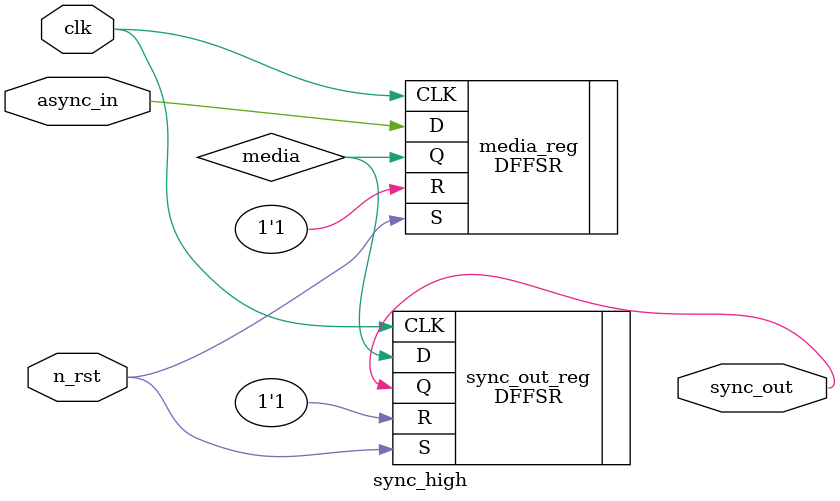
<source format=v>


module sync_high ( clk, n_rst, async_in, sync_out );
  input clk, n_rst, async_in;
  output sync_out;
  wire   media;

  DFFSR media_reg ( .D(async_in), .CLK(clk), .R(1'b1), .S(n_rst), .Q(media) );
  DFFSR sync_out_reg ( .D(media), .CLK(clk), .R(1'b1), .S(n_rst), .Q(sync_out)
         );
endmodule


</source>
